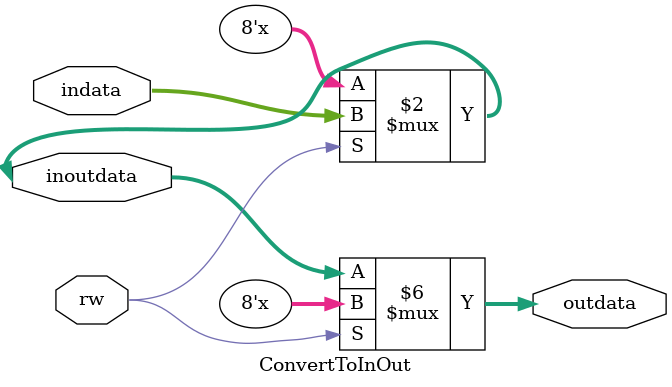
<source format=sv>
module ConvertToInOut #(parameter WIDTH=8)(
	input logic [WIDTH-1:0] indata,
	output logic [WIDTH-1:0] outdata,
	input logic rw,
	inout logic [WIDTH-1:0] inoutdata
	);
	
	parameter  WRITE = 1,
	           READ = 0;
	
	assign inoutdata = (rw == WRITE) ? indata : 8'hzz;



always_comb begin
    if (rw == READ)
        outdata = inoutdata;
end
	
endmodule
</source>
